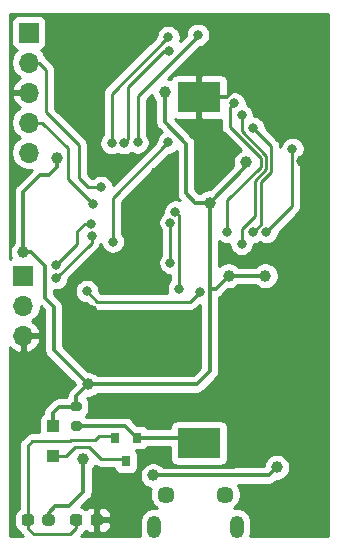
<source format=gbl>
%TF.GenerationSoftware,KiCad,Pcbnew,(5.1.10)-1*%
%TF.CreationDate,2021-07-24T18:54:27+10:00*%
%TF.ProjectId,temperature_logger,74656d70-6572-4617-9475-72655f6c6f67,rev?*%
%TF.SameCoordinates,Original*%
%TF.FileFunction,Copper,L2,Bot*%
%TF.FilePolarity,Positive*%
%FSLAX46Y46*%
G04 Gerber Fmt 4.6, Leading zero omitted, Abs format (unit mm)*
G04 Created by KiCad (PCBNEW (5.1.10)-1) date 2021-07-24 18:54:27*
%MOMM*%
%LPD*%
G01*
G04 APERTURE LIST*
%TA.AperFunction,ComponentPad*%
%ADD10O,1.700000X1.700000*%
%TD*%
%TA.AperFunction,ComponentPad*%
%ADD11R,1.700000X1.700000*%
%TD*%
%TA.AperFunction,SMDPad,CuDef*%
%ADD12R,0.800000X0.900000*%
%TD*%
%TA.AperFunction,SMDPad,CuDef*%
%ADD13R,3.600000X2.600000*%
%TD*%
%TA.AperFunction,SMDPad,CuDef*%
%ADD14R,1.000000X1.000000*%
%TD*%
%TA.AperFunction,ComponentPad*%
%ADD15O,1.200000X1.900000*%
%TD*%
%TA.AperFunction,ComponentPad*%
%ADD16C,1.450000*%
%TD*%
%TA.AperFunction,ViaPad*%
%ADD17C,1.000000*%
%TD*%
%TA.AperFunction,ViaPad*%
%ADD18C,0.800000*%
%TD*%
%TA.AperFunction,Conductor*%
%ADD19C,0.300000*%
%TD*%
%TA.AperFunction,Conductor*%
%ADD20C,0.250000*%
%TD*%
%TA.AperFunction,Conductor*%
%ADD21C,0.254000*%
%TD*%
%TA.AperFunction,Conductor*%
%ADD22C,0.100000*%
%TD*%
G04 APERTURE END LIST*
D10*
%TO.P,J4,3*%
%TO.N,GND*%
X131800000Y-92380000D03*
%TO.P,J4,2*%
%TO.N,/USART1_TX*%
X131800000Y-89840000D03*
D11*
%TO.P,J4,1*%
%TO.N,/USART1_RX*%
X131800000Y-87300000D03*
%TD*%
D10*
%TO.P,J1,5*%
%TO.N,/NRESET*%
X132300000Y-76860000D03*
%TO.P,J1,4*%
%TO.N,/SWDIO*%
X132300000Y-74320000D03*
%TO.P,J1,3*%
%TO.N,GND*%
X132300000Y-71780000D03*
%TO.P,J1,2*%
%TO.N,/SWCLK*%
X132300000Y-69240000D03*
D11*
%TO.P,J1,1*%
%TO.N,VDC*%
X132300000Y-66700000D03*
%TD*%
D12*
%TO.P,Q1,3*%
%TO.N,Net-(D4-Pad2)*%
X140500000Y-103000000D03*
%TO.P,Q1,2*%
%TO.N,+BATT*%
X141450000Y-101000000D03*
%TO.P,Q1,1*%
%TO.N,Net-(Q1-Pad1)*%
X139550000Y-101000000D03*
%TD*%
D13*
%TO.P,J2,1*%
%TO.N,+BATT*%
X146700000Y-101450000D03*
%TO.P,J2,2*%
%TO.N,GND*%
X146700000Y-72150000D03*
%TD*%
D14*
%TO.P,D4,2*%
%TO.N,Net-(D4-Pad2)*%
X134300000Y-102550000D03*
%TO.P,D4,1*%
%TO.N,VDC*%
X134300000Y-100050000D03*
%TD*%
%TO.P,R10,2*%
%TO.N,GND*%
%TA.AperFunction,SMDPad,CuDef*%
G36*
G01*
X137535000Y-108207500D02*
X137535000Y-107732500D01*
G75*
G02*
X137772500Y-107495000I237500J0D01*
G01*
X138347500Y-107495000D01*
G75*
G02*
X138585000Y-107732500I0J-237500D01*
G01*
X138585000Y-108207500D01*
G75*
G02*
X138347500Y-108445000I-237500J0D01*
G01*
X137772500Y-108445000D01*
G75*
G02*
X137535000Y-108207500I0J237500D01*
G01*
G37*
%TD.AperFunction*%
%TO.P,R10,1*%
%TO.N,Net-(Q1-Pad1)*%
%TA.AperFunction,SMDPad,CuDef*%
G36*
G01*
X135785000Y-108207500D02*
X135785000Y-107732500D01*
G75*
G02*
X136022500Y-107495000I237500J0D01*
G01*
X136597500Y-107495000D01*
G75*
G02*
X136835000Y-107732500I0J-237500D01*
G01*
X136835000Y-108207500D01*
G75*
G02*
X136597500Y-108445000I-237500J0D01*
G01*
X136022500Y-108445000D01*
G75*
G02*
X135785000Y-108207500I0J237500D01*
G01*
G37*
%TD.AperFunction*%
%TD*%
%TO.P,R9,2*%
%TO.N,Net-(Q1-Pad1)*%
%TA.AperFunction,SMDPad,CuDef*%
G36*
G01*
X132735000Y-107732500D02*
X132735000Y-108207500D01*
G75*
G02*
X132497500Y-108445000I-237500J0D01*
G01*
X131922500Y-108445000D01*
G75*
G02*
X131685000Y-108207500I0J237500D01*
G01*
X131685000Y-107732500D01*
G75*
G02*
X131922500Y-107495000I237500J0D01*
G01*
X132497500Y-107495000D01*
G75*
G02*
X132735000Y-107732500I0J-237500D01*
G01*
G37*
%TD.AperFunction*%
%TO.P,R9,1*%
%TO.N,VBUS*%
%TA.AperFunction,SMDPad,CuDef*%
G36*
G01*
X134485000Y-107732500D02*
X134485000Y-108207500D01*
G75*
G02*
X134247500Y-108445000I-237500J0D01*
G01*
X133672500Y-108445000D01*
G75*
G02*
X133435000Y-108207500I0J237500D01*
G01*
X133435000Y-107732500D01*
G75*
G02*
X133672500Y-107495000I237500J0D01*
G01*
X134247500Y-107495000D01*
G75*
G02*
X134485000Y-107732500I0J-237500D01*
G01*
G37*
%TD.AperFunction*%
%TD*%
%TO.P,JP1,2*%
%TO.N,VDC*%
%TA.AperFunction,SMDPad,CuDef*%
G36*
G01*
X136575000Y-98775000D02*
X136025000Y-98775000D01*
G75*
G02*
X135825000Y-98575000I0J200000D01*
G01*
X135825000Y-98175000D01*
G75*
G02*
X136025000Y-97975000I200000J0D01*
G01*
X136575000Y-97975000D01*
G75*
G02*
X136775000Y-98175000I0J-200000D01*
G01*
X136775000Y-98575000D01*
G75*
G02*
X136575000Y-98775000I-200000J0D01*
G01*
G37*
%TD.AperFunction*%
%TO.P,JP1,1*%
%TO.N,+BATT*%
%TA.AperFunction,SMDPad,CuDef*%
G36*
G01*
X136575000Y-100425000D02*
X136025000Y-100425000D01*
G75*
G02*
X135825000Y-100225000I0J200000D01*
G01*
X135825000Y-99825000D01*
G75*
G02*
X136025000Y-99625000I200000J0D01*
G01*
X136575000Y-99625000D01*
G75*
G02*
X136775000Y-99825000I0J-200000D01*
G01*
X136775000Y-100225000D01*
G75*
G02*
X136575000Y-100425000I-200000J0D01*
G01*
G37*
%TD.AperFunction*%
%TD*%
D15*
%TO.P,J3,6*%
%TO.N,Net-(C16-Pad1)*%
X149900000Y-108537500D03*
X142900000Y-108537500D03*
D16*
X148900000Y-105837500D03*
X143900000Y-105837500D03*
%TD*%
D17*
%TO.N,GND*%
X143500000Y-102700000D03*
X141400000Y-106800000D03*
X150100000Y-103100000D03*
X137600000Y-90300000D03*
X145300000Y-91000000D03*
X155600000Y-101200000D03*
X142800000Y-87300000D03*
X143100000Y-78600000D03*
X150200000Y-71000000D03*
X157250000Y-106250000D03*
X155400000Y-77600000D03*
D18*
X136500000Y-90300000D03*
X136500000Y-91400000D03*
X137600000Y-91400000D03*
X156400000Y-97300000D03*
D17*
X155450000Y-98150000D03*
%TO.N,VDC*%
X147600000Y-81100000D03*
X137300000Y-96500000D03*
X143800000Y-71700000D03*
X150699990Y-77700000D03*
X131800000Y-85300000D03*
X149200000Y-87300000D03*
X152299992Y-87300000D03*
X134700000Y-77300000D03*
%TO.N,VBUS*%
X136900000Y-102800000D03*
X142800000Y-104200000D03*
X153300000Y-103500000D03*
D18*
%TO.N,/USER_LED2*%
X146600000Y-66900000D03*
X141500000Y-76000000D03*
%TO.N,/USER_LED1*%
X140337347Y-76037347D03*
X144200000Y-68300000D03*
%TO.N,/SWDIO*%
X137700000Y-81200000D03*
%TO.N,/SWCLK*%
X138400000Y-79800000D03*
%TO.N,/TMP_ALERT*%
X139293702Y-76072318D03*
X144100000Y-67100000D03*
%TO.N,/FLASH_RSTN*%
X139400000Y-84400000D03*
X144100000Y-76000001D03*
%TO.N,/FLASH_SCLK*%
X150300000Y-84600000D03*
X150300000Y-73700000D03*
%TO.N,/FLASH_SI*%
X149100000Y-83600000D03*
X149700000Y-72700000D03*
%TO.N,/FLASH_WPN*%
X146800000Y-88675000D03*
X137200000Y-88600000D03*
%TO.N,/FLASH_SO*%
X151300000Y-83600000D03*
X151300000Y-74800000D03*
%TO.N,/FLASH_CSN*%
X152400000Y-83600000D03*
X154613659Y-76545152D03*
%TO.N,/USART1_RX*%
X144700000Y-81859000D03*
X134600000Y-86400000D03*
X137587340Y-82887340D03*
X145000000Y-88400000D03*
%TO.N,/USART1_TX*%
X137599994Y-83900000D03*
X144274990Y-86200000D03*
X144274990Y-82803424D03*
X134600000Y-87500000D03*
%TD*%
D19*
%TO.N,GND*%
X149700000Y-103500000D02*
X150100000Y-103100000D01*
X143700000Y-103500000D02*
X149700000Y-103500000D01*
X143700000Y-102900000D02*
X143700000Y-103500000D01*
X143500000Y-102700000D02*
X143700000Y-102900000D01*
X141400000Y-104100000D02*
X141400000Y-106800000D01*
X142800000Y-102700000D02*
X141400000Y-104100000D01*
X143500000Y-102700000D02*
X142800000Y-102700000D01*
X137600000Y-90300000D02*
X139900000Y-92600000D01*
X139900000Y-92600000D02*
X143600000Y-92600000D01*
X145200000Y-91000000D02*
X145300000Y-91000000D01*
X143600000Y-92600000D02*
X145200000Y-91000000D01*
X140230000Y-107970000D02*
X141400000Y-106800000D01*
X138060000Y-107970000D02*
X140230000Y-107970000D01*
X142800000Y-87300000D02*
X140900000Y-85400000D01*
X140900000Y-85400000D02*
X140900000Y-80800000D01*
X140900000Y-80800000D02*
X143100000Y-78600000D01*
X146700000Y-72150000D02*
X149050000Y-72150000D01*
X149050000Y-72150000D02*
X150100000Y-71100000D01*
X150100000Y-71100000D02*
X150200000Y-71000000D01*
X157250000Y-106250000D02*
X157250000Y-79450000D01*
X157250000Y-79450000D02*
X155400000Y-77600000D01*
X155600000Y-101200000D02*
X155600000Y-98300000D01*
X155600000Y-98300000D02*
X155450000Y-98150000D01*
%TO.N,VDC*%
X136300000Y-97500000D02*
X137300000Y-96500000D01*
X136300000Y-98375000D02*
X136300000Y-97500000D01*
X134300000Y-100050000D02*
X134300000Y-98900000D01*
X134825000Y-98375000D02*
X136300000Y-98375000D01*
X134300000Y-98900000D02*
X134825000Y-98375000D01*
X137300000Y-96500000D02*
X146500000Y-96500000D01*
X146500000Y-96500000D02*
X147600000Y-95400000D01*
X147600000Y-81100000D02*
X146400000Y-81100000D01*
X146400000Y-81100000D02*
X145600000Y-80300000D01*
X145600000Y-80300000D02*
X145600000Y-76100000D01*
X143800000Y-74300000D02*
X143800000Y-71700000D01*
X145600000Y-76100000D02*
X143800000Y-74300000D01*
X150699990Y-78000010D02*
X150699990Y-77700000D01*
X147600000Y-81100000D02*
X150699990Y-78000010D01*
X147600000Y-88400000D02*
X148100000Y-88400000D01*
X147600000Y-95400000D02*
X147600000Y-88400000D01*
X147600000Y-88400000D02*
X147600000Y-81100000D01*
X148100000Y-88400000D02*
X149200000Y-87300000D01*
X149200000Y-87300000D02*
X152299992Y-87300000D01*
X133650000Y-86450000D02*
X132500000Y-85300000D01*
X133650000Y-89150000D02*
X133650000Y-86450000D01*
X134400000Y-89900000D02*
X133650000Y-89150000D01*
X134400000Y-93600000D02*
X134400000Y-89900000D01*
X132500000Y-85300000D02*
X131800000Y-85300000D01*
X137300000Y-96500000D02*
X134400000Y-93600000D01*
X134700000Y-78100000D02*
X134700000Y-77300000D01*
X134000000Y-78800000D02*
X134700000Y-78100000D01*
X133200000Y-78800000D02*
X134000000Y-78800000D01*
X131800000Y-80200000D02*
X133200000Y-78800000D01*
X131800000Y-85300000D02*
X131800000Y-80200000D01*
%TO.N,VBUS*%
X133960000Y-107340000D02*
X133960000Y-107970000D01*
X134500000Y-106800000D02*
X133960000Y-107340000D01*
X135700000Y-106800000D02*
X134500000Y-106800000D01*
X136900000Y-105600000D02*
X135700000Y-106800000D01*
X136900000Y-102800000D02*
X136900000Y-105600000D01*
X142800000Y-104200000D02*
X142900000Y-104200000D01*
X142900000Y-104200000D02*
X144000000Y-104200000D01*
X144000000Y-104200000D02*
X152600000Y-104200000D01*
X152600000Y-104200000D02*
X153300000Y-103500000D01*
D20*
%TO.N,/USER_LED2*%
X146600000Y-67000000D02*
X146600000Y-66900000D01*
X141500000Y-72100000D02*
X146600000Y-67000000D01*
X141500000Y-76000000D02*
X141500000Y-72100000D01*
%TO.N,/USER_LED1*%
X143700000Y-68300000D02*
X144200000Y-68300000D01*
X140700000Y-71300000D02*
X143700000Y-68300000D01*
X140700000Y-75674694D02*
X140700000Y-71300000D01*
X140337347Y-76037347D02*
X140700000Y-75674694D01*
%TO.N,Net-(D4-Pad2)*%
X140300000Y-102800000D02*
X140500000Y-103000000D01*
X138400000Y-102800000D02*
X140300000Y-102800000D01*
X137400000Y-101800000D02*
X138400000Y-102800000D01*
X136200000Y-101800000D02*
X137400000Y-101800000D01*
X135450000Y-102550000D02*
X136200000Y-101800000D01*
X134300000Y-102550000D02*
X135450000Y-102550000D01*
%TO.N,/SWDIO*%
X135600000Y-76510000D02*
X135600000Y-79100000D01*
X135600000Y-79100000D02*
X137700000Y-81200000D01*
X132335000Y-74355000D02*
X132300000Y-74320000D01*
X133445000Y-74355000D02*
X132335000Y-74355000D01*
X133445000Y-74355000D02*
X135600000Y-76510000D01*
%TO.N,/SWCLK*%
X133140000Y-69240000D02*
X132300000Y-69240000D01*
X133750000Y-69850000D02*
X133140000Y-69240000D01*
X133750000Y-73450000D02*
X133750000Y-69850000D01*
X136500000Y-76200000D02*
X133750000Y-73450000D01*
X136500000Y-79000000D02*
X136500000Y-76200000D01*
X137300000Y-79800000D02*
X136500000Y-79000000D01*
X138400000Y-79800000D02*
X137300000Y-79800000D01*
D19*
%TO.N,+BATT*%
X140475000Y-100025000D02*
X141450000Y-101000000D01*
X136300000Y-100025000D02*
X140475000Y-100025000D01*
X146250000Y-101000000D02*
X146700000Y-101450000D01*
X141450000Y-101000000D02*
X146250000Y-101000000D01*
D20*
%TO.N,/TMP_ALERT*%
X139293702Y-76072318D02*
X139293702Y-71906298D01*
X139293702Y-71906298D02*
X144100000Y-67100000D01*
%TO.N,/FLASH_RSTN*%
X139400000Y-84400000D02*
X139400000Y-80700001D01*
X139400000Y-80700001D02*
X144100000Y-76000001D01*
%TO.N,/FLASH_SCLK*%
X151400000Y-82200000D02*
X150300000Y-83300000D01*
X150300000Y-83300000D02*
X150300000Y-84034315D01*
X152375013Y-78282402D02*
X151400000Y-79257415D01*
X152375013Y-77117598D02*
X152375013Y-78282402D01*
X150300000Y-75042585D02*
X152375013Y-77117598D01*
X150300000Y-84034315D02*
X150300000Y-84600000D01*
X150300000Y-73700000D02*
X150300000Y-75042585D01*
X151400000Y-79257415D02*
X151400000Y-82200000D01*
%TO.N,/FLASH_SI*%
X151925002Y-78096002D02*
X149100000Y-80921004D01*
X149100000Y-80921004D02*
X149100000Y-83034315D01*
X149100000Y-83034315D02*
X149100000Y-83600000D01*
X149300001Y-73099999D02*
X149300001Y-74678997D01*
X151925002Y-77303998D02*
X151925002Y-78096002D01*
X149700000Y-72700000D02*
X149300001Y-73099999D01*
X149300001Y-74678997D02*
X151925002Y-77303998D01*
%TO.N,/FLASH_WPN*%
X146800000Y-88675000D02*
X145975000Y-89500000D01*
X145975000Y-89500000D02*
X138100000Y-89500000D01*
X138100000Y-89500000D02*
X137200000Y-88600000D01*
%TO.N,/FLASH_SO*%
X152825024Y-78468802D02*
X152825024Y-76325024D01*
X151300000Y-83600000D02*
X151925024Y-82974976D01*
X151925024Y-79368802D02*
X152825024Y-78468802D01*
X151925024Y-82974976D02*
X151925024Y-79368802D01*
X152825024Y-76325024D02*
X151300000Y-74800000D01*
%TO.N,/FLASH_CSN*%
X152400000Y-83600000D02*
X154574998Y-81425002D01*
X154574998Y-81425002D02*
X154574998Y-76583813D01*
X154574998Y-76583813D02*
X154613659Y-76545152D01*
%TO.N,/USART1_RX*%
X136400000Y-84400000D02*
X136400000Y-83500000D01*
X134600000Y-86400000D02*
X136400000Y-84600000D01*
X136400000Y-84600000D02*
X136400000Y-84400000D01*
X137012660Y-82887340D02*
X137587340Y-82887340D01*
X136400000Y-83500000D02*
X137012660Y-82887340D01*
X145000000Y-82159000D02*
X145000000Y-88400000D01*
X144700000Y-81859000D02*
X145000000Y-82159000D01*
%TO.N,/USART1_TX*%
X144274990Y-82803424D02*
X144274990Y-83369109D01*
X144274990Y-83369109D02*
X144274990Y-86200000D01*
X137599994Y-84500006D02*
X137599994Y-83900000D01*
X134600000Y-87500000D02*
X137599994Y-84500006D01*
%TO.N,Net-(Q1-Pad1)*%
X136310000Y-107970000D02*
X136310000Y-108690000D01*
X136310000Y-108690000D02*
X135800000Y-109200000D01*
X135800000Y-109200000D02*
X132700000Y-109200000D01*
X132210000Y-108710000D02*
X132210000Y-107970000D01*
X132700000Y-109200000D02*
X132210000Y-108710000D01*
X137900000Y-101200000D02*
X138250000Y-100850000D01*
X135900000Y-101200000D02*
X137900000Y-101200000D01*
X135800000Y-101300000D02*
X135900000Y-101200000D01*
X132600000Y-101300000D02*
X135800000Y-101300000D01*
X132210000Y-101690000D02*
X132600000Y-101300000D01*
X132210000Y-107970000D02*
X132210000Y-101690000D01*
X139400000Y-100850000D02*
X139550000Y-101000000D01*
X138250000Y-100850000D02*
X139400000Y-100850000D01*
%TD*%
D21*
%TO.N,GND*%
X133615001Y-90225159D02*
X133615000Y-93561447D01*
X133611203Y-93600000D01*
X133615000Y-93638553D01*
X133615000Y-93638560D01*
X133626359Y-93753886D01*
X133671246Y-93901859D01*
X133744138Y-94038232D01*
X133842236Y-94157764D01*
X133872190Y-94182347D01*
X136165000Y-96475158D01*
X136165000Y-96524843D01*
X135772185Y-96917658D01*
X135742237Y-96942236D01*
X135717659Y-96972184D01*
X135717655Y-96972188D01*
X135684690Y-97012356D01*
X135644139Y-97061767D01*
X135633140Y-97082345D01*
X135571246Y-97198141D01*
X135526359Y-97346114D01*
X135522863Y-97381612D01*
X135515000Y-97461439D01*
X135515000Y-97461447D01*
X135511203Y-97500000D01*
X135512817Y-97516392D01*
X135432394Y-97582394D01*
X135426152Y-97590000D01*
X134863552Y-97590000D01*
X134824999Y-97586203D01*
X134786446Y-97590000D01*
X134786439Y-97590000D01*
X134685490Y-97599943D01*
X134671112Y-97601359D01*
X134560213Y-97635000D01*
X134523140Y-97646246D01*
X134386767Y-97719138D01*
X134267236Y-97817236D01*
X134242653Y-97847190D01*
X133772185Y-98317658D01*
X133742237Y-98342236D01*
X133717659Y-98372184D01*
X133717655Y-98372188D01*
X133684690Y-98412356D01*
X133644139Y-98461767D01*
X133608264Y-98528886D01*
X133571246Y-98598141D01*
X133526359Y-98746114D01*
X133511203Y-98900000D01*
X133515001Y-98938562D01*
X133515001Y-98982317D01*
X133445506Y-99019463D01*
X133348815Y-99098815D01*
X133269463Y-99195506D01*
X133210498Y-99305820D01*
X133174188Y-99425518D01*
X133161928Y-99550000D01*
X133161928Y-100540000D01*
X132637322Y-100540000D01*
X132599999Y-100536324D01*
X132562676Y-100540000D01*
X132562667Y-100540000D01*
X132451014Y-100550997D01*
X132307753Y-100594454D01*
X132175724Y-100665026D01*
X132059999Y-100759999D01*
X132036196Y-100789003D01*
X131698998Y-101126201D01*
X131670000Y-101149999D01*
X131646202Y-101178997D01*
X131646201Y-101178998D01*
X131575026Y-101265724D01*
X131504454Y-101397754D01*
X131488606Y-101450000D01*
X131461306Y-101540001D01*
X131460998Y-101541015D01*
X131446324Y-101690000D01*
X131450001Y-101727332D01*
X131450000Y-106997036D01*
X131436058Y-107004488D01*
X131303377Y-107113377D01*
X131194488Y-107246058D01*
X131113577Y-107397433D01*
X131063752Y-107561684D01*
X131046928Y-107732500D01*
X131046928Y-108207500D01*
X131063752Y-108378316D01*
X131113577Y-108542567D01*
X131194488Y-108693942D01*
X131303377Y-108826623D01*
X131436058Y-108935512D01*
X131493529Y-108966231D01*
X131504454Y-109002246D01*
X131575026Y-109134276D01*
X131614871Y-109182826D01*
X131669999Y-109250001D01*
X131699003Y-109273804D01*
X131765199Y-109340000D01*
X130660000Y-109340000D01*
X130660000Y-93323408D01*
X130702412Y-93380269D01*
X130918645Y-93575178D01*
X131168748Y-93724157D01*
X131443109Y-93821481D01*
X131673000Y-93700814D01*
X131673000Y-92507000D01*
X131927000Y-92507000D01*
X131927000Y-93700814D01*
X132156891Y-93821481D01*
X132431252Y-93724157D01*
X132681355Y-93575178D01*
X132897588Y-93380269D01*
X133071641Y-93146920D01*
X133196825Y-92884099D01*
X133241476Y-92736890D01*
X133120155Y-92507000D01*
X131927000Y-92507000D01*
X131673000Y-92507000D01*
X131653000Y-92507000D01*
X131653000Y-92253000D01*
X131673000Y-92253000D01*
X131673000Y-92233000D01*
X131927000Y-92233000D01*
X131927000Y-92253000D01*
X133120155Y-92253000D01*
X133241476Y-92023110D01*
X133196825Y-91875901D01*
X133071641Y-91613080D01*
X132897588Y-91379731D01*
X132681355Y-91184822D01*
X132564466Y-91115195D01*
X132746632Y-90993475D01*
X132953475Y-90786632D01*
X133115990Y-90543411D01*
X133227932Y-90273158D01*
X133285000Y-89986260D01*
X133285000Y-89895157D01*
X133615001Y-90225159D01*
%TA.AperFunction,Conductor*%
D22*
G36*
X133615001Y-90225159D02*
G01*
X133615000Y-93561447D01*
X133611203Y-93600000D01*
X133615000Y-93638553D01*
X133615000Y-93638560D01*
X133626359Y-93753886D01*
X133671246Y-93901859D01*
X133744138Y-94038232D01*
X133842236Y-94157764D01*
X133872190Y-94182347D01*
X136165000Y-96475158D01*
X136165000Y-96524843D01*
X135772185Y-96917658D01*
X135742237Y-96942236D01*
X135717659Y-96972184D01*
X135717655Y-96972188D01*
X135684690Y-97012356D01*
X135644139Y-97061767D01*
X135633140Y-97082345D01*
X135571246Y-97198141D01*
X135526359Y-97346114D01*
X135522863Y-97381612D01*
X135515000Y-97461439D01*
X135515000Y-97461447D01*
X135511203Y-97500000D01*
X135512817Y-97516392D01*
X135432394Y-97582394D01*
X135426152Y-97590000D01*
X134863552Y-97590000D01*
X134824999Y-97586203D01*
X134786446Y-97590000D01*
X134786439Y-97590000D01*
X134685490Y-97599943D01*
X134671112Y-97601359D01*
X134560213Y-97635000D01*
X134523140Y-97646246D01*
X134386767Y-97719138D01*
X134267236Y-97817236D01*
X134242653Y-97847190D01*
X133772185Y-98317658D01*
X133742237Y-98342236D01*
X133717659Y-98372184D01*
X133717655Y-98372188D01*
X133684690Y-98412356D01*
X133644139Y-98461767D01*
X133608264Y-98528886D01*
X133571246Y-98598141D01*
X133526359Y-98746114D01*
X133511203Y-98900000D01*
X133515001Y-98938562D01*
X133515001Y-98982317D01*
X133445506Y-99019463D01*
X133348815Y-99098815D01*
X133269463Y-99195506D01*
X133210498Y-99305820D01*
X133174188Y-99425518D01*
X133161928Y-99550000D01*
X133161928Y-100540000D01*
X132637322Y-100540000D01*
X132599999Y-100536324D01*
X132562676Y-100540000D01*
X132562667Y-100540000D01*
X132451014Y-100550997D01*
X132307753Y-100594454D01*
X132175724Y-100665026D01*
X132059999Y-100759999D01*
X132036196Y-100789003D01*
X131698998Y-101126201D01*
X131670000Y-101149999D01*
X131646202Y-101178997D01*
X131646201Y-101178998D01*
X131575026Y-101265724D01*
X131504454Y-101397754D01*
X131488606Y-101450000D01*
X131461306Y-101540001D01*
X131460998Y-101541015D01*
X131446324Y-101690000D01*
X131450001Y-101727332D01*
X131450000Y-106997036D01*
X131436058Y-107004488D01*
X131303377Y-107113377D01*
X131194488Y-107246058D01*
X131113577Y-107397433D01*
X131063752Y-107561684D01*
X131046928Y-107732500D01*
X131046928Y-108207500D01*
X131063752Y-108378316D01*
X131113577Y-108542567D01*
X131194488Y-108693942D01*
X131303377Y-108826623D01*
X131436058Y-108935512D01*
X131493529Y-108966231D01*
X131504454Y-109002246D01*
X131575026Y-109134276D01*
X131614871Y-109182826D01*
X131669999Y-109250001D01*
X131699003Y-109273804D01*
X131765199Y-109340000D01*
X130660000Y-109340000D01*
X130660000Y-93323408D01*
X130702412Y-93380269D01*
X130918645Y-93575178D01*
X131168748Y-93724157D01*
X131443109Y-93821481D01*
X131673000Y-93700814D01*
X131673000Y-92507000D01*
X131927000Y-92507000D01*
X131927000Y-93700814D01*
X132156891Y-93821481D01*
X132431252Y-93724157D01*
X132681355Y-93575178D01*
X132897588Y-93380269D01*
X133071641Y-93146920D01*
X133196825Y-92884099D01*
X133241476Y-92736890D01*
X133120155Y-92507000D01*
X131927000Y-92507000D01*
X131673000Y-92507000D01*
X131653000Y-92507000D01*
X131653000Y-92253000D01*
X131673000Y-92253000D01*
X131673000Y-92233000D01*
X131927000Y-92233000D01*
X131927000Y-92253000D01*
X133120155Y-92253000D01*
X133241476Y-92023110D01*
X133196825Y-91875901D01*
X133071641Y-91613080D01*
X132897588Y-91379731D01*
X132681355Y-91184822D01*
X132564466Y-91115195D01*
X132746632Y-90993475D01*
X132953475Y-90786632D01*
X133115990Y-90543411D01*
X133227932Y-90273158D01*
X133285000Y-89986260D01*
X133285000Y-89895157D01*
X133615001Y-90225159D01*
G37*
%TD.AperFunction*%
D21*
X157640001Y-65967581D02*
X157640000Y-109340000D01*
X151053306Y-109340000D01*
X151117130Y-109129601D01*
X151135000Y-108948164D01*
X151135000Y-108126835D01*
X151117130Y-107945398D01*
X151046511Y-107712599D01*
X150931833Y-107498051D01*
X150777502Y-107309998D01*
X150589448Y-107155667D01*
X150374900Y-107040989D01*
X150142101Y-106970370D01*
X149900000Y-106946525D01*
X149657898Y-106970370D01*
X149647965Y-106973383D01*
X149766949Y-106893881D01*
X149956381Y-106704449D01*
X150105216Y-106481701D01*
X150207736Y-106234197D01*
X150260000Y-105971448D01*
X150260000Y-105703552D01*
X150207736Y-105440803D01*
X150105216Y-105193299D01*
X149966035Y-104985000D01*
X152561447Y-104985000D01*
X152600000Y-104988797D01*
X152638553Y-104985000D01*
X152638561Y-104985000D01*
X152753887Y-104973641D01*
X152901860Y-104928754D01*
X153038233Y-104855862D01*
X153157764Y-104757764D01*
X153182347Y-104727811D01*
X153275157Y-104635000D01*
X153411788Y-104635000D01*
X153631067Y-104591383D01*
X153837624Y-104505824D01*
X154023520Y-104381612D01*
X154181612Y-104223520D01*
X154305824Y-104037624D01*
X154391383Y-103831067D01*
X154435000Y-103611788D01*
X154435000Y-103388212D01*
X154391383Y-103168933D01*
X154305824Y-102962376D01*
X154181612Y-102776480D01*
X154023520Y-102618388D01*
X153837624Y-102494176D01*
X153631067Y-102408617D01*
X153411788Y-102365000D01*
X153188212Y-102365000D01*
X152968933Y-102408617D01*
X152762376Y-102494176D01*
X152576480Y-102618388D01*
X152418388Y-102776480D01*
X152294176Y-102962376D01*
X152208617Y-103168933D01*
X152165000Y-103388212D01*
X152165000Y-103415000D01*
X143620132Y-103415000D01*
X143523520Y-103318388D01*
X143337624Y-103194176D01*
X143131067Y-103108617D01*
X142911788Y-103065000D01*
X142688212Y-103065000D01*
X142468933Y-103108617D01*
X142262376Y-103194176D01*
X142076480Y-103318388D01*
X141918388Y-103476480D01*
X141794176Y-103662376D01*
X141708617Y-103868933D01*
X141665000Y-104088212D01*
X141665000Y-104311788D01*
X141708617Y-104531067D01*
X141794176Y-104737624D01*
X141918388Y-104923520D01*
X142076480Y-105081612D01*
X142262376Y-105205824D01*
X142468933Y-105291383D01*
X142640057Y-105325421D01*
X142592264Y-105440803D01*
X142540000Y-105703552D01*
X142540000Y-105971448D01*
X142592264Y-106234197D01*
X142694784Y-106481701D01*
X142843619Y-106704449D01*
X143033051Y-106893881D01*
X143152035Y-106973383D01*
X143142102Y-106970370D01*
X142900000Y-106946525D01*
X142657899Y-106970370D01*
X142425100Y-107040989D01*
X142210552Y-107155667D01*
X142022499Y-107309998D01*
X141868168Y-107498051D01*
X141753489Y-107712599D01*
X141682870Y-107945398D01*
X141665000Y-108126835D01*
X141665000Y-108948164D01*
X141682870Y-109129601D01*
X141746694Y-109340000D01*
X136734801Y-109340000D01*
X136820997Y-109253804D01*
X136850001Y-109230001D01*
X136910031Y-109156854D01*
X136944974Y-109114277D01*
X137015546Y-108982247D01*
X137019230Y-108970101D01*
X137083942Y-108935512D01*
X137107839Y-108915901D01*
X137180506Y-108975537D01*
X137290820Y-109034502D01*
X137410518Y-109070812D01*
X137535000Y-109083072D01*
X137774250Y-109080000D01*
X137933000Y-108921250D01*
X137933000Y-108097000D01*
X138187000Y-108097000D01*
X138187000Y-108921250D01*
X138345750Y-109080000D01*
X138585000Y-109083072D01*
X138709482Y-109070812D01*
X138829180Y-109034502D01*
X138939494Y-108975537D01*
X139036185Y-108896185D01*
X139115537Y-108799494D01*
X139174502Y-108689180D01*
X139210812Y-108569482D01*
X139223072Y-108445000D01*
X139220000Y-108255750D01*
X139061250Y-108097000D01*
X138187000Y-108097000D01*
X137933000Y-108097000D01*
X137913000Y-108097000D01*
X137913000Y-107843000D01*
X137933000Y-107843000D01*
X137933000Y-107018750D01*
X138187000Y-107018750D01*
X138187000Y-107843000D01*
X139061250Y-107843000D01*
X139220000Y-107684250D01*
X139223072Y-107495000D01*
X139210812Y-107370518D01*
X139174502Y-107250820D01*
X139115537Y-107140506D01*
X139036185Y-107043815D01*
X138939494Y-106964463D01*
X138829180Y-106905498D01*
X138709482Y-106869188D01*
X138585000Y-106856928D01*
X138345750Y-106860000D01*
X138187000Y-107018750D01*
X137933000Y-107018750D01*
X137774250Y-106860000D01*
X137535000Y-106856928D01*
X137410518Y-106869188D01*
X137290820Y-106905498D01*
X137180506Y-106964463D01*
X137107839Y-107024099D01*
X137083942Y-107004488D01*
X136932567Y-106923577D01*
X136768316Y-106873752D01*
X136739267Y-106870891D01*
X137427815Y-106182342D01*
X137457764Y-106157764D01*
X137555862Y-106038233D01*
X137628754Y-105901860D01*
X137673641Y-105753887D01*
X137685000Y-105638561D01*
X137685000Y-105638554D01*
X137688797Y-105600001D01*
X137685000Y-105561448D01*
X137685000Y-103620132D01*
X137781612Y-103523520D01*
X137888569Y-103363448D01*
X137888997Y-103363799D01*
X137975724Y-103434974D01*
X138107753Y-103505546D01*
X138251014Y-103549003D01*
X138400000Y-103563677D01*
X138437333Y-103560000D01*
X139472762Y-103560000D01*
X139474188Y-103574482D01*
X139510498Y-103694180D01*
X139569463Y-103804494D01*
X139648815Y-103901185D01*
X139745506Y-103980537D01*
X139855820Y-104039502D01*
X139975518Y-104075812D01*
X140100000Y-104088072D01*
X140900000Y-104088072D01*
X141024482Y-104075812D01*
X141144180Y-104039502D01*
X141254494Y-103980537D01*
X141351185Y-103901185D01*
X141430537Y-103804494D01*
X141489502Y-103694180D01*
X141525812Y-103574482D01*
X141538072Y-103450000D01*
X141538072Y-102550000D01*
X141525812Y-102425518D01*
X141489502Y-102305820D01*
X141430537Y-102195506D01*
X141351185Y-102098815D01*
X141338095Y-102088072D01*
X141850000Y-102088072D01*
X141974482Y-102075812D01*
X142094180Y-102039502D01*
X142204494Y-101980537D01*
X142301185Y-101901185D01*
X142380537Y-101804494D01*
X142390957Y-101785000D01*
X144261928Y-101785000D01*
X144261928Y-102750000D01*
X144274188Y-102874482D01*
X144310498Y-102994180D01*
X144369463Y-103104494D01*
X144448815Y-103201185D01*
X144545506Y-103280537D01*
X144655820Y-103339502D01*
X144775518Y-103375812D01*
X144900000Y-103388072D01*
X148500000Y-103388072D01*
X148624482Y-103375812D01*
X148744180Y-103339502D01*
X148854494Y-103280537D01*
X148951185Y-103201185D01*
X149030537Y-103104494D01*
X149089502Y-102994180D01*
X149125812Y-102874482D01*
X149138072Y-102750000D01*
X149138072Y-100150000D01*
X149125812Y-100025518D01*
X149089502Y-99905820D01*
X149030537Y-99795506D01*
X148951185Y-99698815D01*
X148854494Y-99619463D01*
X148744180Y-99560498D01*
X148624482Y-99524188D01*
X148500000Y-99511928D01*
X144900000Y-99511928D01*
X144775518Y-99524188D01*
X144655820Y-99560498D01*
X144545506Y-99619463D01*
X144448815Y-99698815D01*
X144369463Y-99795506D01*
X144310498Y-99905820D01*
X144274188Y-100025518D01*
X144261928Y-100150000D01*
X144261928Y-100215000D01*
X142390957Y-100215000D01*
X142380537Y-100195506D01*
X142301185Y-100098815D01*
X142204494Y-100019463D01*
X142094180Y-99960498D01*
X141974482Y-99924188D01*
X141850000Y-99911928D01*
X141472085Y-99911928D01*
X141057347Y-99497190D01*
X141032764Y-99467236D01*
X140913233Y-99369138D01*
X140776860Y-99296246D01*
X140628887Y-99251359D01*
X140513561Y-99240000D01*
X140513553Y-99240000D01*
X140475000Y-99236203D01*
X140436447Y-99240000D01*
X137173848Y-99240000D01*
X137167606Y-99232394D01*
X137128134Y-99200000D01*
X137167606Y-99167606D01*
X137271831Y-99040608D01*
X137349278Y-98895716D01*
X137396969Y-98738500D01*
X137413072Y-98575000D01*
X137413072Y-98175000D01*
X137396969Y-98011500D01*
X137349278Y-97854284D01*
X137271831Y-97709392D01*
X137239798Y-97670359D01*
X137275157Y-97635000D01*
X137411788Y-97635000D01*
X137631067Y-97591383D01*
X137837624Y-97505824D01*
X138023520Y-97381612D01*
X138120132Y-97285000D01*
X146461447Y-97285000D01*
X146500000Y-97288797D01*
X146538553Y-97285000D01*
X146538561Y-97285000D01*
X146653887Y-97273641D01*
X146801860Y-97228754D01*
X146938233Y-97155862D01*
X147057764Y-97057764D01*
X147082347Y-97027810D01*
X148127817Y-95982341D01*
X148157764Y-95957764D01*
X148255862Y-95838233D01*
X148328754Y-95701860D01*
X148354075Y-95618388D01*
X148373642Y-95553887D01*
X148381020Y-95478974D01*
X148385000Y-95438561D01*
X148385000Y-95438556D01*
X148388797Y-95400000D01*
X148385000Y-95361445D01*
X148385000Y-89133868D01*
X148401860Y-89128754D01*
X148538233Y-89055862D01*
X148657764Y-88957764D01*
X148682347Y-88927810D01*
X149175157Y-88435000D01*
X149311788Y-88435000D01*
X149531067Y-88391383D01*
X149737624Y-88305824D01*
X149923520Y-88181612D01*
X150020132Y-88085000D01*
X151479860Y-88085000D01*
X151576472Y-88181612D01*
X151762368Y-88305824D01*
X151968925Y-88391383D01*
X152188204Y-88435000D01*
X152411780Y-88435000D01*
X152631059Y-88391383D01*
X152837616Y-88305824D01*
X153023512Y-88181612D01*
X153181604Y-88023520D01*
X153305816Y-87837624D01*
X153391375Y-87631067D01*
X153434992Y-87411788D01*
X153434992Y-87188212D01*
X153391375Y-86968933D01*
X153305816Y-86762376D01*
X153181604Y-86576480D01*
X153023512Y-86418388D01*
X152837616Y-86294176D01*
X152631059Y-86208617D01*
X152411780Y-86165000D01*
X152188204Y-86165000D01*
X151968925Y-86208617D01*
X151762368Y-86294176D01*
X151576472Y-86418388D01*
X151479860Y-86515000D01*
X150020132Y-86515000D01*
X149923520Y-86418388D01*
X149737624Y-86294176D01*
X149531067Y-86208617D01*
X149311788Y-86165000D01*
X149088212Y-86165000D01*
X148868933Y-86208617D01*
X148662376Y-86294176D01*
X148476480Y-86418388D01*
X148385000Y-86509868D01*
X148385000Y-84348711D01*
X148440226Y-84403937D01*
X148609744Y-84517205D01*
X148798102Y-84595226D01*
X148998061Y-84635000D01*
X149201939Y-84635000D01*
X149265000Y-84622456D01*
X149265000Y-84701939D01*
X149304774Y-84901898D01*
X149382795Y-85090256D01*
X149496063Y-85259774D01*
X149640226Y-85403937D01*
X149809744Y-85517205D01*
X149998102Y-85595226D01*
X150198061Y-85635000D01*
X150401939Y-85635000D01*
X150601898Y-85595226D01*
X150790256Y-85517205D01*
X150959774Y-85403937D01*
X151103937Y-85259774D01*
X151217205Y-85090256D01*
X151295226Y-84901898D01*
X151335000Y-84701939D01*
X151335000Y-84635000D01*
X151401939Y-84635000D01*
X151601898Y-84595226D01*
X151790256Y-84517205D01*
X151850000Y-84477285D01*
X151909744Y-84517205D01*
X152098102Y-84595226D01*
X152298061Y-84635000D01*
X152501939Y-84635000D01*
X152701898Y-84595226D01*
X152890256Y-84517205D01*
X153059774Y-84403937D01*
X153203937Y-84259774D01*
X153317205Y-84090256D01*
X153395226Y-83901898D01*
X153435000Y-83701939D01*
X153435000Y-83639801D01*
X155086002Y-81988800D01*
X155114999Y-81965003D01*
X155209972Y-81849278D01*
X155280544Y-81717249D01*
X155324001Y-81573988D01*
X155334998Y-81462335D01*
X155334998Y-81462327D01*
X155338674Y-81425002D01*
X155334998Y-81387677D01*
X155334998Y-77287524D01*
X155417596Y-77204926D01*
X155530864Y-77035408D01*
X155608885Y-76847050D01*
X155648659Y-76647091D01*
X155648659Y-76443213D01*
X155608885Y-76243254D01*
X155530864Y-76054896D01*
X155417596Y-75885378D01*
X155273433Y-75741215D01*
X155103915Y-75627947D01*
X154915557Y-75549926D01*
X154715598Y-75510152D01*
X154511720Y-75510152D01*
X154311761Y-75549926D01*
X154123403Y-75627947D01*
X153953885Y-75741215D01*
X153809722Y-75885378D01*
X153696454Y-76054896D01*
X153618433Y-76243254D01*
X153585024Y-76411214D01*
X153585024Y-76362357D01*
X153588701Y-76325024D01*
X153574027Y-76176038D01*
X153530570Y-76032777D01*
X153459998Y-75900748D01*
X153388823Y-75814021D01*
X153365025Y-75785023D01*
X153336027Y-75761225D01*
X152335000Y-74760199D01*
X152335000Y-74698061D01*
X152295226Y-74498102D01*
X152217205Y-74309744D01*
X152103937Y-74140226D01*
X151959774Y-73996063D01*
X151790256Y-73882795D01*
X151601898Y-73804774D01*
X151401939Y-73765000D01*
X151335000Y-73765000D01*
X151335000Y-73598061D01*
X151295226Y-73398102D01*
X151217205Y-73209744D01*
X151103937Y-73040226D01*
X150959774Y-72896063D01*
X150790256Y-72782795D01*
X150735000Y-72759907D01*
X150735000Y-72598061D01*
X150695226Y-72398102D01*
X150617205Y-72209744D01*
X150503937Y-72040226D01*
X150359774Y-71896063D01*
X150190256Y-71782795D01*
X150001898Y-71704774D01*
X149801939Y-71665000D01*
X149598061Y-71665000D01*
X149398102Y-71704774D01*
X149209744Y-71782795D01*
X149135096Y-71832673D01*
X149138072Y-70850000D01*
X149125812Y-70725518D01*
X149089502Y-70605820D01*
X149030537Y-70495506D01*
X148951185Y-70398815D01*
X148854494Y-70319463D01*
X148744180Y-70260498D01*
X148624482Y-70224188D01*
X148500000Y-70211928D01*
X146985750Y-70215000D01*
X146827000Y-70373750D01*
X146827000Y-72023000D01*
X146847000Y-72023000D01*
X146847000Y-72277000D01*
X146827000Y-72277000D01*
X146827000Y-73926250D01*
X146985750Y-74085000D01*
X148500000Y-74088072D01*
X148540002Y-74084132D01*
X148540002Y-74641665D01*
X148536325Y-74678997D01*
X148540002Y-74716330D01*
X148542755Y-74744276D01*
X148550999Y-74827982D01*
X148594455Y-74971243D01*
X148665027Y-75103273D01*
X148736202Y-75189999D01*
X148760001Y-75218998D01*
X148788999Y-75242796D01*
X150217529Y-76671327D01*
X150162366Y-76694176D01*
X149976470Y-76818388D01*
X149818378Y-76976480D01*
X149694166Y-77162376D01*
X149608607Y-77368933D01*
X149564990Y-77588212D01*
X149564990Y-77811788D01*
X149600339Y-77989503D01*
X147624843Y-79965000D01*
X147488212Y-79965000D01*
X147268933Y-80008617D01*
X147062376Y-80094176D01*
X146876480Y-80218388D01*
X146779868Y-80315000D01*
X146725157Y-80315000D01*
X146385000Y-79974843D01*
X146385000Y-76138552D01*
X146388797Y-76099999D01*
X146385000Y-76061446D01*
X146385000Y-76061439D01*
X146375057Y-75960490D01*
X146373641Y-75946112D01*
X146344793Y-75851015D01*
X146328754Y-75798140D01*
X146255862Y-75661767D01*
X146185491Y-75576021D01*
X146182345Y-75572187D01*
X146182342Y-75572184D01*
X146157764Y-75542236D01*
X146127816Y-75517658D01*
X144642585Y-74032427D01*
X144655820Y-74039502D01*
X144775518Y-74075812D01*
X144900000Y-74088072D01*
X146414250Y-74085000D01*
X146573000Y-73926250D01*
X146573000Y-72277000D01*
X146553000Y-72277000D01*
X146553000Y-72023000D01*
X146573000Y-72023000D01*
X146573000Y-70373750D01*
X146414250Y-70215000D01*
X144900000Y-70211928D01*
X144775518Y-70224188D01*
X144655820Y-70260498D01*
X144545506Y-70319463D01*
X144448815Y-70398815D01*
X144369463Y-70495506D01*
X144310498Y-70605820D01*
X144289715Y-70674331D01*
X144131067Y-70608617D01*
X144076949Y-70597852D01*
X146749203Y-67925599D01*
X146901898Y-67895226D01*
X147090256Y-67817205D01*
X147259774Y-67703937D01*
X147403937Y-67559774D01*
X147517205Y-67390256D01*
X147595226Y-67201898D01*
X147635000Y-67001939D01*
X147635000Y-66798061D01*
X147595226Y-66598102D01*
X147517205Y-66409744D01*
X147403937Y-66240226D01*
X147259774Y-66096063D01*
X147090256Y-65982795D01*
X146901898Y-65904774D01*
X146701939Y-65865000D01*
X146498061Y-65865000D01*
X146298102Y-65904774D01*
X146109744Y-65982795D01*
X145940226Y-66096063D01*
X145796063Y-66240226D01*
X145682795Y-66409744D01*
X145604774Y-66598102D01*
X145565000Y-66798061D01*
X145565000Y-66960198D01*
X145075374Y-67449824D01*
X145095226Y-67401898D01*
X145135000Y-67201939D01*
X145135000Y-66998061D01*
X145095226Y-66798102D01*
X145017205Y-66609744D01*
X144903937Y-66440226D01*
X144759774Y-66296063D01*
X144590256Y-66182795D01*
X144401898Y-66104774D01*
X144201939Y-66065000D01*
X143998061Y-66065000D01*
X143798102Y-66104774D01*
X143609744Y-66182795D01*
X143440226Y-66296063D01*
X143296063Y-66440226D01*
X143182795Y-66609744D01*
X143104774Y-66798102D01*
X143065000Y-66998061D01*
X143065000Y-67060198D01*
X138782700Y-71342499D01*
X138753702Y-71366297D01*
X138729904Y-71395295D01*
X138729903Y-71395296D01*
X138658728Y-71482022D01*
X138588156Y-71614052D01*
X138544700Y-71757313D01*
X138530026Y-71906298D01*
X138533703Y-71943630D01*
X138533702Y-75368607D01*
X138489765Y-75412544D01*
X138376497Y-75582062D01*
X138298476Y-75770420D01*
X138258702Y-75970379D01*
X138258702Y-76174257D01*
X138298476Y-76374216D01*
X138376497Y-76562574D01*
X138489765Y-76732092D01*
X138633928Y-76876255D01*
X138803446Y-76989523D01*
X138991804Y-77067544D01*
X139191763Y-77107318D01*
X139395641Y-77107318D01*
X139595600Y-77067544D01*
X139783958Y-76989523D01*
X139841693Y-76950945D01*
X139847091Y-76954552D01*
X140035449Y-77032573D01*
X140235408Y-77072347D01*
X140439286Y-77072347D01*
X140639245Y-77032573D01*
X140827603Y-76954552D01*
X140946620Y-76875027D01*
X141009744Y-76917205D01*
X141198102Y-76995226D01*
X141398061Y-77035000D01*
X141601939Y-77035000D01*
X141801898Y-76995226D01*
X141990256Y-76917205D01*
X142159774Y-76803937D01*
X142303937Y-76659774D01*
X142417205Y-76490256D01*
X142495226Y-76301898D01*
X142535000Y-76101939D01*
X142535000Y-75898061D01*
X142495226Y-75698102D01*
X142417205Y-75509744D01*
X142303937Y-75340226D01*
X142260000Y-75296289D01*
X142260000Y-72414801D01*
X142697852Y-71976949D01*
X142708617Y-72031067D01*
X142794176Y-72237624D01*
X142918388Y-72423520D01*
X143015001Y-72520133D01*
X143015000Y-74261447D01*
X143011203Y-74300000D01*
X143015000Y-74338553D01*
X143015000Y-74338560D01*
X143026359Y-74453886D01*
X143071246Y-74601859D01*
X143144138Y-74738232D01*
X143242236Y-74857764D01*
X143272190Y-74882347D01*
X143527555Y-75137713D01*
X143440226Y-75196064D01*
X143296063Y-75340227D01*
X143182795Y-75509745D01*
X143104774Y-75698103D01*
X143065000Y-75898062D01*
X143065000Y-75960199D01*
X139417105Y-79608095D01*
X139395226Y-79498102D01*
X139317205Y-79309744D01*
X139203937Y-79140226D01*
X139059774Y-78996063D01*
X138890256Y-78882795D01*
X138701898Y-78804774D01*
X138501939Y-78765000D01*
X138298061Y-78765000D01*
X138098102Y-78804774D01*
X137909744Y-78882795D01*
X137740226Y-78996063D01*
X137696289Y-79040000D01*
X137614802Y-79040000D01*
X137260000Y-78685199D01*
X137260000Y-76237322D01*
X137263676Y-76199999D01*
X137260000Y-76162676D01*
X137260000Y-76162667D01*
X137249003Y-76051014D01*
X137205546Y-75907753D01*
X137134974Y-75775724D01*
X137040001Y-75659999D01*
X137011003Y-75636201D01*
X134510000Y-73135199D01*
X134510000Y-69887322D01*
X134513676Y-69849999D01*
X134510000Y-69812676D01*
X134510000Y-69812667D01*
X134499003Y-69701014D01*
X134455546Y-69557753D01*
X134384974Y-69425724D01*
X134290001Y-69309999D01*
X134261002Y-69286200D01*
X133703803Y-68729002D01*
X133687422Y-68709041D01*
X133615990Y-68536589D01*
X133453475Y-68293368D01*
X133321620Y-68161513D01*
X133394180Y-68139502D01*
X133504494Y-68080537D01*
X133601185Y-68001185D01*
X133680537Y-67904494D01*
X133739502Y-67794180D01*
X133775812Y-67674482D01*
X133788072Y-67550000D01*
X133788072Y-65850000D01*
X133775812Y-65725518D01*
X133739502Y-65605820D01*
X133680537Y-65495506D01*
X133601185Y-65398815D01*
X133504494Y-65319463D01*
X133394180Y-65260498D01*
X133274482Y-65224188D01*
X133150000Y-65211928D01*
X131450000Y-65211928D01*
X131325518Y-65224188D01*
X131205820Y-65260498D01*
X131095506Y-65319463D01*
X130998815Y-65398815D01*
X130919463Y-65495506D01*
X130860498Y-65605820D01*
X130824188Y-65725518D01*
X130811928Y-65850000D01*
X130811928Y-67550000D01*
X130824188Y-67674482D01*
X130860498Y-67794180D01*
X130919463Y-67904494D01*
X130998815Y-68001185D01*
X131095506Y-68080537D01*
X131205820Y-68139502D01*
X131278380Y-68161513D01*
X131146525Y-68293368D01*
X130984010Y-68536589D01*
X130872068Y-68806842D01*
X130815000Y-69093740D01*
X130815000Y-69386260D01*
X130872068Y-69673158D01*
X130984010Y-69943411D01*
X131146525Y-70186632D01*
X131353368Y-70393475D01*
X131535534Y-70515195D01*
X131418645Y-70584822D01*
X131202412Y-70779731D01*
X131028359Y-71013080D01*
X130903175Y-71275901D01*
X130858524Y-71423110D01*
X130979845Y-71653000D01*
X132173000Y-71653000D01*
X132173000Y-71633000D01*
X132427000Y-71633000D01*
X132427000Y-71653000D01*
X132447000Y-71653000D01*
X132447000Y-71907000D01*
X132427000Y-71907000D01*
X132427000Y-71927000D01*
X132173000Y-71927000D01*
X132173000Y-71907000D01*
X130979845Y-71907000D01*
X130858524Y-72136890D01*
X130903175Y-72284099D01*
X131028359Y-72546920D01*
X131202412Y-72780269D01*
X131418645Y-72975178D01*
X131535534Y-73044805D01*
X131353368Y-73166525D01*
X131146525Y-73373368D01*
X130984010Y-73616589D01*
X130872068Y-73886842D01*
X130815000Y-74173740D01*
X130815000Y-74466260D01*
X130872068Y-74753158D01*
X130984010Y-75023411D01*
X131146525Y-75266632D01*
X131353368Y-75473475D01*
X131527760Y-75590000D01*
X131353368Y-75706525D01*
X131146525Y-75913368D01*
X130984010Y-76156589D01*
X130872068Y-76426842D01*
X130815000Y-76713740D01*
X130815000Y-77006260D01*
X130872068Y-77293158D01*
X130984010Y-77563411D01*
X131146525Y-77806632D01*
X131353368Y-78013475D01*
X131596589Y-78175990D01*
X131866842Y-78287932D01*
X132153740Y-78345000D01*
X132446260Y-78345000D01*
X132569321Y-78320522D01*
X131272185Y-79617658D01*
X131242237Y-79642236D01*
X131217659Y-79672184D01*
X131217655Y-79672188D01*
X131196422Y-79698061D01*
X131144139Y-79761767D01*
X131120739Y-79805546D01*
X131071246Y-79898141D01*
X131026359Y-80046114D01*
X131011203Y-80200000D01*
X131015001Y-80238563D01*
X131015000Y-84479868D01*
X130918388Y-84576480D01*
X130794176Y-84762376D01*
X130708617Y-84968933D01*
X130665000Y-85188212D01*
X130665000Y-85411788D01*
X130708617Y-85631067D01*
X130792730Y-85834134D01*
X130705820Y-85860498D01*
X130660000Y-85884990D01*
X130660000Y-65160000D01*
X157640000Y-65160000D01*
X157640001Y-65967581D01*
%TA.AperFunction,Conductor*%
D22*
G36*
X157640001Y-65967581D02*
G01*
X157640000Y-109340000D01*
X151053306Y-109340000D01*
X151117130Y-109129601D01*
X151135000Y-108948164D01*
X151135000Y-108126835D01*
X151117130Y-107945398D01*
X151046511Y-107712599D01*
X150931833Y-107498051D01*
X150777502Y-107309998D01*
X150589448Y-107155667D01*
X150374900Y-107040989D01*
X150142101Y-106970370D01*
X149900000Y-106946525D01*
X149657898Y-106970370D01*
X149647965Y-106973383D01*
X149766949Y-106893881D01*
X149956381Y-106704449D01*
X150105216Y-106481701D01*
X150207736Y-106234197D01*
X150260000Y-105971448D01*
X150260000Y-105703552D01*
X150207736Y-105440803D01*
X150105216Y-105193299D01*
X149966035Y-104985000D01*
X152561447Y-104985000D01*
X152600000Y-104988797D01*
X152638553Y-104985000D01*
X152638561Y-104985000D01*
X152753887Y-104973641D01*
X152901860Y-104928754D01*
X153038233Y-104855862D01*
X153157764Y-104757764D01*
X153182347Y-104727811D01*
X153275157Y-104635000D01*
X153411788Y-104635000D01*
X153631067Y-104591383D01*
X153837624Y-104505824D01*
X154023520Y-104381612D01*
X154181612Y-104223520D01*
X154305824Y-104037624D01*
X154391383Y-103831067D01*
X154435000Y-103611788D01*
X154435000Y-103388212D01*
X154391383Y-103168933D01*
X154305824Y-102962376D01*
X154181612Y-102776480D01*
X154023520Y-102618388D01*
X153837624Y-102494176D01*
X153631067Y-102408617D01*
X153411788Y-102365000D01*
X153188212Y-102365000D01*
X152968933Y-102408617D01*
X152762376Y-102494176D01*
X152576480Y-102618388D01*
X152418388Y-102776480D01*
X152294176Y-102962376D01*
X152208617Y-103168933D01*
X152165000Y-103388212D01*
X152165000Y-103415000D01*
X143620132Y-103415000D01*
X143523520Y-103318388D01*
X143337624Y-103194176D01*
X143131067Y-103108617D01*
X142911788Y-103065000D01*
X142688212Y-103065000D01*
X142468933Y-103108617D01*
X142262376Y-103194176D01*
X142076480Y-103318388D01*
X141918388Y-103476480D01*
X141794176Y-103662376D01*
X141708617Y-103868933D01*
X141665000Y-104088212D01*
X141665000Y-104311788D01*
X141708617Y-104531067D01*
X141794176Y-104737624D01*
X141918388Y-104923520D01*
X142076480Y-105081612D01*
X142262376Y-105205824D01*
X142468933Y-105291383D01*
X142640057Y-105325421D01*
X142592264Y-105440803D01*
X142540000Y-105703552D01*
X142540000Y-105971448D01*
X142592264Y-106234197D01*
X142694784Y-106481701D01*
X142843619Y-106704449D01*
X143033051Y-106893881D01*
X143152035Y-106973383D01*
X143142102Y-106970370D01*
X142900000Y-106946525D01*
X142657899Y-106970370D01*
X142425100Y-107040989D01*
X142210552Y-107155667D01*
X142022499Y-107309998D01*
X141868168Y-107498051D01*
X141753489Y-107712599D01*
X141682870Y-107945398D01*
X141665000Y-108126835D01*
X141665000Y-108948164D01*
X141682870Y-109129601D01*
X141746694Y-109340000D01*
X136734801Y-109340000D01*
X136820997Y-109253804D01*
X136850001Y-109230001D01*
X136910031Y-109156854D01*
X136944974Y-109114277D01*
X137015546Y-108982247D01*
X137019230Y-108970101D01*
X137083942Y-108935512D01*
X137107839Y-108915901D01*
X137180506Y-108975537D01*
X137290820Y-109034502D01*
X137410518Y-109070812D01*
X137535000Y-109083072D01*
X137774250Y-109080000D01*
X137933000Y-108921250D01*
X137933000Y-108097000D01*
X138187000Y-108097000D01*
X138187000Y-108921250D01*
X138345750Y-109080000D01*
X138585000Y-109083072D01*
X138709482Y-109070812D01*
X138829180Y-109034502D01*
X138939494Y-108975537D01*
X139036185Y-108896185D01*
X139115537Y-108799494D01*
X139174502Y-108689180D01*
X139210812Y-108569482D01*
X139223072Y-108445000D01*
X139220000Y-108255750D01*
X139061250Y-108097000D01*
X138187000Y-108097000D01*
X137933000Y-108097000D01*
X137913000Y-108097000D01*
X137913000Y-107843000D01*
X137933000Y-107843000D01*
X137933000Y-107018750D01*
X138187000Y-107018750D01*
X138187000Y-107843000D01*
X139061250Y-107843000D01*
X139220000Y-107684250D01*
X139223072Y-107495000D01*
X139210812Y-107370518D01*
X139174502Y-107250820D01*
X139115537Y-107140506D01*
X139036185Y-107043815D01*
X138939494Y-106964463D01*
X138829180Y-106905498D01*
X138709482Y-106869188D01*
X138585000Y-106856928D01*
X138345750Y-106860000D01*
X138187000Y-107018750D01*
X137933000Y-107018750D01*
X137774250Y-106860000D01*
X137535000Y-106856928D01*
X137410518Y-106869188D01*
X137290820Y-106905498D01*
X137180506Y-106964463D01*
X137107839Y-107024099D01*
X137083942Y-107004488D01*
X136932567Y-106923577D01*
X136768316Y-106873752D01*
X136739267Y-106870891D01*
X137427815Y-106182342D01*
X137457764Y-106157764D01*
X137555862Y-106038233D01*
X137628754Y-105901860D01*
X137673641Y-105753887D01*
X137685000Y-105638561D01*
X137685000Y-105638554D01*
X137688797Y-105600001D01*
X137685000Y-105561448D01*
X137685000Y-103620132D01*
X137781612Y-103523520D01*
X137888569Y-103363448D01*
X137888997Y-103363799D01*
X137975724Y-103434974D01*
X138107753Y-103505546D01*
X138251014Y-103549003D01*
X138400000Y-103563677D01*
X138437333Y-103560000D01*
X139472762Y-103560000D01*
X139474188Y-103574482D01*
X139510498Y-103694180D01*
X139569463Y-103804494D01*
X139648815Y-103901185D01*
X139745506Y-103980537D01*
X139855820Y-104039502D01*
X139975518Y-104075812D01*
X140100000Y-104088072D01*
X140900000Y-104088072D01*
X141024482Y-104075812D01*
X141144180Y-104039502D01*
X141254494Y-103980537D01*
X141351185Y-103901185D01*
X141430537Y-103804494D01*
X141489502Y-103694180D01*
X141525812Y-103574482D01*
X141538072Y-103450000D01*
X141538072Y-102550000D01*
X141525812Y-102425518D01*
X141489502Y-102305820D01*
X141430537Y-102195506D01*
X141351185Y-102098815D01*
X141338095Y-102088072D01*
X141850000Y-102088072D01*
X141974482Y-102075812D01*
X142094180Y-102039502D01*
X142204494Y-101980537D01*
X142301185Y-101901185D01*
X142380537Y-101804494D01*
X142390957Y-101785000D01*
X144261928Y-101785000D01*
X144261928Y-102750000D01*
X144274188Y-102874482D01*
X144310498Y-102994180D01*
X144369463Y-103104494D01*
X144448815Y-103201185D01*
X144545506Y-103280537D01*
X144655820Y-103339502D01*
X144775518Y-103375812D01*
X144900000Y-103388072D01*
X148500000Y-103388072D01*
X148624482Y-103375812D01*
X148744180Y-103339502D01*
X148854494Y-103280537D01*
X148951185Y-103201185D01*
X149030537Y-103104494D01*
X149089502Y-102994180D01*
X149125812Y-102874482D01*
X149138072Y-102750000D01*
X149138072Y-100150000D01*
X149125812Y-100025518D01*
X149089502Y-99905820D01*
X149030537Y-99795506D01*
X148951185Y-99698815D01*
X148854494Y-99619463D01*
X148744180Y-99560498D01*
X148624482Y-99524188D01*
X148500000Y-99511928D01*
X144900000Y-99511928D01*
X144775518Y-99524188D01*
X144655820Y-99560498D01*
X144545506Y-99619463D01*
X144448815Y-99698815D01*
X144369463Y-99795506D01*
X144310498Y-99905820D01*
X144274188Y-100025518D01*
X144261928Y-100150000D01*
X144261928Y-100215000D01*
X142390957Y-100215000D01*
X142380537Y-100195506D01*
X142301185Y-100098815D01*
X142204494Y-100019463D01*
X142094180Y-99960498D01*
X141974482Y-99924188D01*
X141850000Y-99911928D01*
X141472085Y-99911928D01*
X141057347Y-99497190D01*
X141032764Y-99467236D01*
X140913233Y-99369138D01*
X140776860Y-99296246D01*
X140628887Y-99251359D01*
X140513561Y-99240000D01*
X140513553Y-99240000D01*
X140475000Y-99236203D01*
X140436447Y-99240000D01*
X137173848Y-99240000D01*
X137167606Y-99232394D01*
X137128134Y-99200000D01*
X137167606Y-99167606D01*
X137271831Y-99040608D01*
X137349278Y-98895716D01*
X137396969Y-98738500D01*
X137413072Y-98575000D01*
X137413072Y-98175000D01*
X137396969Y-98011500D01*
X137349278Y-97854284D01*
X137271831Y-97709392D01*
X137239798Y-97670359D01*
X137275157Y-97635000D01*
X137411788Y-97635000D01*
X137631067Y-97591383D01*
X137837624Y-97505824D01*
X138023520Y-97381612D01*
X138120132Y-97285000D01*
X146461447Y-97285000D01*
X146500000Y-97288797D01*
X146538553Y-97285000D01*
X146538561Y-97285000D01*
X146653887Y-97273641D01*
X146801860Y-97228754D01*
X146938233Y-97155862D01*
X147057764Y-97057764D01*
X147082347Y-97027810D01*
X148127817Y-95982341D01*
X148157764Y-95957764D01*
X148255862Y-95838233D01*
X148328754Y-95701860D01*
X148354075Y-95618388D01*
X148373642Y-95553887D01*
X148381020Y-95478974D01*
X148385000Y-95438561D01*
X148385000Y-95438556D01*
X148388797Y-95400000D01*
X148385000Y-95361445D01*
X148385000Y-89133868D01*
X148401860Y-89128754D01*
X148538233Y-89055862D01*
X148657764Y-88957764D01*
X148682347Y-88927810D01*
X149175157Y-88435000D01*
X149311788Y-88435000D01*
X149531067Y-88391383D01*
X149737624Y-88305824D01*
X149923520Y-88181612D01*
X150020132Y-88085000D01*
X151479860Y-88085000D01*
X151576472Y-88181612D01*
X151762368Y-88305824D01*
X151968925Y-88391383D01*
X152188204Y-88435000D01*
X152411780Y-88435000D01*
X152631059Y-88391383D01*
X152837616Y-88305824D01*
X153023512Y-88181612D01*
X153181604Y-88023520D01*
X153305816Y-87837624D01*
X153391375Y-87631067D01*
X153434992Y-87411788D01*
X153434992Y-87188212D01*
X153391375Y-86968933D01*
X153305816Y-86762376D01*
X153181604Y-86576480D01*
X153023512Y-86418388D01*
X152837616Y-86294176D01*
X152631059Y-86208617D01*
X152411780Y-86165000D01*
X152188204Y-86165000D01*
X151968925Y-86208617D01*
X151762368Y-86294176D01*
X151576472Y-86418388D01*
X151479860Y-86515000D01*
X150020132Y-86515000D01*
X149923520Y-86418388D01*
X149737624Y-86294176D01*
X149531067Y-86208617D01*
X149311788Y-86165000D01*
X149088212Y-86165000D01*
X148868933Y-86208617D01*
X148662376Y-86294176D01*
X148476480Y-86418388D01*
X148385000Y-86509868D01*
X148385000Y-84348711D01*
X148440226Y-84403937D01*
X148609744Y-84517205D01*
X148798102Y-84595226D01*
X148998061Y-84635000D01*
X149201939Y-84635000D01*
X149265000Y-84622456D01*
X149265000Y-84701939D01*
X149304774Y-84901898D01*
X149382795Y-85090256D01*
X149496063Y-85259774D01*
X149640226Y-85403937D01*
X149809744Y-85517205D01*
X149998102Y-85595226D01*
X150198061Y-85635000D01*
X150401939Y-85635000D01*
X150601898Y-85595226D01*
X150790256Y-85517205D01*
X150959774Y-85403937D01*
X151103937Y-85259774D01*
X151217205Y-85090256D01*
X151295226Y-84901898D01*
X151335000Y-84701939D01*
X151335000Y-84635000D01*
X151401939Y-84635000D01*
X151601898Y-84595226D01*
X151790256Y-84517205D01*
X151850000Y-84477285D01*
X151909744Y-84517205D01*
X152098102Y-84595226D01*
X152298061Y-84635000D01*
X152501939Y-84635000D01*
X152701898Y-84595226D01*
X152890256Y-84517205D01*
X153059774Y-84403937D01*
X153203937Y-84259774D01*
X153317205Y-84090256D01*
X153395226Y-83901898D01*
X153435000Y-83701939D01*
X153435000Y-83639801D01*
X155086002Y-81988800D01*
X155114999Y-81965003D01*
X155209972Y-81849278D01*
X155280544Y-81717249D01*
X155324001Y-81573988D01*
X155334998Y-81462335D01*
X155334998Y-81462327D01*
X155338674Y-81425002D01*
X155334998Y-81387677D01*
X155334998Y-77287524D01*
X155417596Y-77204926D01*
X155530864Y-77035408D01*
X155608885Y-76847050D01*
X155648659Y-76647091D01*
X155648659Y-76443213D01*
X155608885Y-76243254D01*
X155530864Y-76054896D01*
X155417596Y-75885378D01*
X155273433Y-75741215D01*
X155103915Y-75627947D01*
X154915557Y-75549926D01*
X154715598Y-75510152D01*
X154511720Y-75510152D01*
X154311761Y-75549926D01*
X154123403Y-75627947D01*
X153953885Y-75741215D01*
X153809722Y-75885378D01*
X153696454Y-76054896D01*
X153618433Y-76243254D01*
X153585024Y-76411214D01*
X153585024Y-76362357D01*
X153588701Y-76325024D01*
X153574027Y-76176038D01*
X153530570Y-76032777D01*
X153459998Y-75900748D01*
X153388823Y-75814021D01*
X153365025Y-75785023D01*
X153336027Y-75761225D01*
X152335000Y-74760199D01*
X152335000Y-74698061D01*
X152295226Y-74498102D01*
X152217205Y-74309744D01*
X152103937Y-74140226D01*
X151959774Y-73996063D01*
X151790256Y-73882795D01*
X151601898Y-73804774D01*
X151401939Y-73765000D01*
X151335000Y-73765000D01*
X151335000Y-73598061D01*
X151295226Y-73398102D01*
X151217205Y-73209744D01*
X151103937Y-73040226D01*
X150959774Y-72896063D01*
X150790256Y-72782795D01*
X150735000Y-72759907D01*
X150735000Y-72598061D01*
X150695226Y-72398102D01*
X150617205Y-72209744D01*
X150503937Y-72040226D01*
X150359774Y-71896063D01*
X150190256Y-71782795D01*
X150001898Y-71704774D01*
X149801939Y-71665000D01*
X149598061Y-71665000D01*
X149398102Y-71704774D01*
X149209744Y-71782795D01*
X149135096Y-71832673D01*
X149138072Y-70850000D01*
X149125812Y-70725518D01*
X149089502Y-70605820D01*
X149030537Y-70495506D01*
X148951185Y-70398815D01*
X148854494Y-70319463D01*
X148744180Y-70260498D01*
X148624482Y-70224188D01*
X148500000Y-70211928D01*
X146985750Y-70215000D01*
X146827000Y-70373750D01*
X146827000Y-72023000D01*
X146847000Y-72023000D01*
X146847000Y-72277000D01*
X146827000Y-72277000D01*
X146827000Y-73926250D01*
X146985750Y-74085000D01*
X148500000Y-74088072D01*
X148540002Y-74084132D01*
X148540002Y-74641665D01*
X148536325Y-74678997D01*
X148540002Y-74716330D01*
X148542755Y-74744276D01*
X148550999Y-74827982D01*
X148594455Y-74971243D01*
X148665027Y-75103273D01*
X148736202Y-75189999D01*
X148760001Y-75218998D01*
X148788999Y-75242796D01*
X150217529Y-76671327D01*
X150162366Y-76694176D01*
X149976470Y-76818388D01*
X149818378Y-76976480D01*
X149694166Y-77162376D01*
X149608607Y-77368933D01*
X149564990Y-77588212D01*
X149564990Y-77811788D01*
X149600339Y-77989503D01*
X147624843Y-79965000D01*
X147488212Y-79965000D01*
X147268933Y-80008617D01*
X147062376Y-80094176D01*
X146876480Y-80218388D01*
X146779868Y-80315000D01*
X146725157Y-80315000D01*
X146385000Y-79974843D01*
X146385000Y-76138552D01*
X146388797Y-76099999D01*
X146385000Y-76061446D01*
X146385000Y-76061439D01*
X146375057Y-75960490D01*
X146373641Y-75946112D01*
X146344793Y-75851015D01*
X146328754Y-75798140D01*
X146255862Y-75661767D01*
X146185491Y-75576021D01*
X146182345Y-75572187D01*
X146182342Y-75572184D01*
X146157764Y-75542236D01*
X146127816Y-75517658D01*
X144642585Y-74032427D01*
X144655820Y-74039502D01*
X144775518Y-74075812D01*
X144900000Y-74088072D01*
X146414250Y-74085000D01*
X146573000Y-73926250D01*
X146573000Y-72277000D01*
X146553000Y-72277000D01*
X146553000Y-72023000D01*
X146573000Y-72023000D01*
X146573000Y-70373750D01*
X146414250Y-70215000D01*
X144900000Y-70211928D01*
X144775518Y-70224188D01*
X144655820Y-70260498D01*
X144545506Y-70319463D01*
X144448815Y-70398815D01*
X144369463Y-70495506D01*
X144310498Y-70605820D01*
X144289715Y-70674331D01*
X144131067Y-70608617D01*
X144076949Y-70597852D01*
X146749203Y-67925599D01*
X146901898Y-67895226D01*
X147090256Y-67817205D01*
X147259774Y-67703937D01*
X147403937Y-67559774D01*
X147517205Y-67390256D01*
X147595226Y-67201898D01*
X147635000Y-67001939D01*
X147635000Y-66798061D01*
X147595226Y-66598102D01*
X147517205Y-66409744D01*
X147403937Y-66240226D01*
X147259774Y-66096063D01*
X147090256Y-65982795D01*
X146901898Y-65904774D01*
X146701939Y-65865000D01*
X146498061Y-65865000D01*
X146298102Y-65904774D01*
X146109744Y-65982795D01*
X145940226Y-66096063D01*
X145796063Y-66240226D01*
X145682795Y-66409744D01*
X145604774Y-66598102D01*
X145565000Y-66798061D01*
X145565000Y-66960198D01*
X145075374Y-67449824D01*
X145095226Y-67401898D01*
X145135000Y-67201939D01*
X145135000Y-66998061D01*
X145095226Y-66798102D01*
X145017205Y-66609744D01*
X144903937Y-66440226D01*
X144759774Y-66296063D01*
X144590256Y-66182795D01*
X144401898Y-66104774D01*
X144201939Y-66065000D01*
X143998061Y-66065000D01*
X143798102Y-66104774D01*
X143609744Y-66182795D01*
X143440226Y-66296063D01*
X143296063Y-66440226D01*
X143182795Y-66609744D01*
X143104774Y-66798102D01*
X143065000Y-66998061D01*
X143065000Y-67060198D01*
X138782700Y-71342499D01*
X138753702Y-71366297D01*
X138729904Y-71395295D01*
X138729903Y-71395296D01*
X138658728Y-71482022D01*
X138588156Y-71614052D01*
X138544700Y-71757313D01*
X138530026Y-71906298D01*
X138533703Y-71943630D01*
X138533702Y-75368607D01*
X138489765Y-75412544D01*
X138376497Y-75582062D01*
X138298476Y-75770420D01*
X138258702Y-75970379D01*
X138258702Y-76174257D01*
X138298476Y-76374216D01*
X138376497Y-76562574D01*
X138489765Y-76732092D01*
X138633928Y-76876255D01*
X138803446Y-76989523D01*
X138991804Y-77067544D01*
X139191763Y-77107318D01*
X139395641Y-77107318D01*
X139595600Y-77067544D01*
X139783958Y-76989523D01*
X139841693Y-76950945D01*
X139847091Y-76954552D01*
X140035449Y-77032573D01*
X140235408Y-77072347D01*
X140439286Y-77072347D01*
X140639245Y-77032573D01*
X140827603Y-76954552D01*
X140946620Y-76875027D01*
X141009744Y-76917205D01*
X141198102Y-76995226D01*
X141398061Y-77035000D01*
X141601939Y-77035000D01*
X141801898Y-76995226D01*
X141990256Y-76917205D01*
X142159774Y-76803937D01*
X142303937Y-76659774D01*
X142417205Y-76490256D01*
X142495226Y-76301898D01*
X142535000Y-76101939D01*
X142535000Y-75898061D01*
X142495226Y-75698102D01*
X142417205Y-75509744D01*
X142303937Y-75340226D01*
X142260000Y-75296289D01*
X142260000Y-72414801D01*
X142697852Y-71976949D01*
X142708617Y-72031067D01*
X142794176Y-72237624D01*
X142918388Y-72423520D01*
X143015001Y-72520133D01*
X143015000Y-74261447D01*
X143011203Y-74300000D01*
X143015000Y-74338553D01*
X143015000Y-74338560D01*
X143026359Y-74453886D01*
X143071246Y-74601859D01*
X143144138Y-74738232D01*
X143242236Y-74857764D01*
X143272190Y-74882347D01*
X143527555Y-75137713D01*
X143440226Y-75196064D01*
X143296063Y-75340227D01*
X143182795Y-75509745D01*
X143104774Y-75698103D01*
X143065000Y-75898062D01*
X143065000Y-75960199D01*
X139417105Y-79608095D01*
X139395226Y-79498102D01*
X139317205Y-79309744D01*
X139203937Y-79140226D01*
X139059774Y-78996063D01*
X138890256Y-78882795D01*
X138701898Y-78804774D01*
X138501939Y-78765000D01*
X138298061Y-78765000D01*
X138098102Y-78804774D01*
X137909744Y-78882795D01*
X137740226Y-78996063D01*
X137696289Y-79040000D01*
X137614802Y-79040000D01*
X137260000Y-78685199D01*
X137260000Y-76237322D01*
X137263676Y-76199999D01*
X137260000Y-76162676D01*
X137260000Y-76162667D01*
X137249003Y-76051014D01*
X137205546Y-75907753D01*
X137134974Y-75775724D01*
X137040001Y-75659999D01*
X137011003Y-75636201D01*
X134510000Y-73135199D01*
X134510000Y-69887322D01*
X134513676Y-69849999D01*
X134510000Y-69812676D01*
X134510000Y-69812667D01*
X134499003Y-69701014D01*
X134455546Y-69557753D01*
X134384974Y-69425724D01*
X134290001Y-69309999D01*
X134261002Y-69286200D01*
X133703803Y-68729002D01*
X133687422Y-68709041D01*
X133615990Y-68536589D01*
X133453475Y-68293368D01*
X133321620Y-68161513D01*
X133394180Y-68139502D01*
X133504494Y-68080537D01*
X133601185Y-68001185D01*
X133680537Y-67904494D01*
X133739502Y-67794180D01*
X133775812Y-67674482D01*
X133788072Y-67550000D01*
X133788072Y-65850000D01*
X133775812Y-65725518D01*
X133739502Y-65605820D01*
X133680537Y-65495506D01*
X133601185Y-65398815D01*
X133504494Y-65319463D01*
X133394180Y-65260498D01*
X133274482Y-65224188D01*
X133150000Y-65211928D01*
X131450000Y-65211928D01*
X131325518Y-65224188D01*
X131205820Y-65260498D01*
X131095506Y-65319463D01*
X130998815Y-65398815D01*
X130919463Y-65495506D01*
X130860498Y-65605820D01*
X130824188Y-65725518D01*
X130811928Y-65850000D01*
X130811928Y-67550000D01*
X130824188Y-67674482D01*
X130860498Y-67794180D01*
X130919463Y-67904494D01*
X130998815Y-68001185D01*
X131095506Y-68080537D01*
X131205820Y-68139502D01*
X131278380Y-68161513D01*
X131146525Y-68293368D01*
X130984010Y-68536589D01*
X130872068Y-68806842D01*
X130815000Y-69093740D01*
X130815000Y-69386260D01*
X130872068Y-69673158D01*
X130984010Y-69943411D01*
X131146525Y-70186632D01*
X131353368Y-70393475D01*
X131535534Y-70515195D01*
X131418645Y-70584822D01*
X131202412Y-70779731D01*
X131028359Y-71013080D01*
X130903175Y-71275901D01*
X130858524Y-71423110D01*
X130979845Y-71653000D01*
X132173000Y-71653000D01*
X132173000Y-71633000D01*
X132427000Y-71633000D01*
X132427000Y-71653000D01*
X132447000Y-71653000D01*
X132447000Y-71907000D01*
X132427000Y-71907000D01*
X132427000Y-71927000D01*
X132173000Y-71927000D01*
X132173000Y-71907000D01*
X130979845Y-71907000D01*
X130858524Y-72136890D01*
X130903175Y-72284099D01*
X131028359Y-72546920D01*
X131202412Y-72780269D01*
X131418645Y-72975178D01*
X131535534Y-73044805D01*
X131353368Y-73166525D01*
X131146525Y-73373368D01*
X130984010Y-73616589D01*
X130872068Y-73886842D01*
X130815000Y-74173740D01*
X130815000Y-74466260D01*
X130872068Y-74753158D01*
X130984010Y-75023411D01*
X131146525Y-75266632D01*
X131353368Y-75473475D01*
X131527760Y-75590000D01*
X131353368Y-75706525D01*
X131146525Y-75913368D01*
X130984010Y-76156589D01*
X130872068Y-76426842D01*
X130815000Y-76713740D01*
X130815000Y-77006260D01*
X130872068Y-77293158D01*
X130984010Y-77563411D01*
X131146525Y-77806632D01*
X131353368Y-78013475D01*
X131596589Y-78175990D01*
X131866842Y-78287932D01*
X132153740Y-78345000D01*
X132446260Y-78345000D01*
X132569321Y-78320522D01*
X131272185Y-79617658D01*
X131242237Y-79642236D01*
X131217659Y-79672184D01*
X131217655Y-79672188D01*
X131196422Y-79698061D01*
X131144139Y-79761767D01*
X131120739Y-79805546D01*
X131071246Y-79898141D01*
X131026359Y-80046114D01*
X131011203Y-80200000D01*
X131015001Y-80238563D01*
X131015000Y-84479868D01*
X130918388Y-84576480D01*
X130794176Y-84762376D01*
X130708617Y-84968933D01*
X130665000Y-85188212D01*
X130665000Y-85411788D01*
X130708617Y-85631067D01*
X130792730Y-85834134D01*
X130705820Y-85860498D01*
X130660000Y-85884990D01*
X130660000Y-65160000D01*
X157640000Y-65160000D01*
X157640001Y-65967581D01*
G37*
%TD.AperFunction*%
D21*
X144815000Y-80261447D02*
X144811203Y-80300000D01*
X144815000Y-80338553D01*
X144815000Y-80338560D01*
X144826359Y-80453886D01*
X144871246Y-80601859D01*
X144944138Y-80738232D01*
X145042236Y-80857764D01*
X145072190Y-80882347D01*
X145090188Y-80900345D01*
X145001898Y-80863774D01*
X144801939Y-80824000D01*
X144598061Y-80824000D01*
X144398102Y-80863774D01*
X144209744Y-80941795D01*
X144040226Y-81055063D01*
X143896063Y-81199226D01*
X143782795Y-81368744D01*
X143704774Y-81557102D01*
X143665000Y-81757061D01*
X143665000Y-81960939D01*
X143665928Y-81965603D01*
X143615216Y-81999487D01*
X143471053Y-82143650D01*
X143357785Y-82313168D01*
X143279764Y-82501526D01*
X143239990Y-82701485D01*
X143239990Y-82905363D01*
X143279764Y-83105322D01*
X143357785Y-83293680D01*
X143471053Y-83463198D01*
X143514990Y-83507135D01*
X143514991Y-85496288D01*
X143471053Y-85540226D01*
X143357785Y-85709744D01*
X143279764Y-85898102D01*
X143239990Y-86098061D01*
X143239990Y-86301939D01*
X143279764Y-86501898D01*
X143357785Y-86690256D01*
X143471053Y-86859774D01*
X143615216Y-87003937D01*
X143784734Y-87117205D01*
X143973092Y-87195226D01*
X144173051Y-87235000D01*
X144240001Y-87235000D01*
X144240001Y-87696288D01*
X144196063Y-87740226D01*
X144082795Y-87909744D01*
X144004774Y-88098102D01*
X143965000Y-88298061D01*
X143965000Y-88501939D01*
X144004774Y-88701898D01*
X144020556Y-88740000D01*
X138414802Y-88740000D01*
X138235000Y-88560198D01*
X138235000Y-88498061D01*
X138195226Y-88298102D01*
X138117205Y-88109744D01*
X138003937Y-87940226D01*
X137859774Y-87796063D01*
X137690256Y-87682795D01*
X137501898Y-87604774D01*
X137301939Y-87565000D01*
X137098061Y-87565000D01*
X136898102Y-87604774D01*
X136709744Y-87682795D01*
X136540226Y-87796063D01*
X136396063Y-87940226D01*
X136282795Y-88109744D01*
X136204774Y-88298102D01*
X136165000Y-88498061D01*
X136165000Y-88701939D01*
X136204774Y-88901898D01*
X136282795Y-89090256D01*
X136396063Y-89259774D01*
X136540226Y-89403937D01*
X136709744Y-89517205D01*
X136898102Y-89595226D01*
X137098061Y-89635000D01*
X137160198Y-89635000D01*
X137536201Y-90011003D01*
X137559999Y-90040001D01*
X137675724Y-90134974D01*
X137807753Y-90205546D01*
X137951014Y-90249003D01*
X138062667Y-90260000D01*
X138062676Y-90260000D01*
X138099999Y-90263676D01*
X138137322Y-90260000D01*
X145937678Y-90260000D01*
X145975000Y-90263676D01*
X146012322Y-90260000D01*
X146012333Y-90260000D01*
X146123986Y-90249003D01*
X146267247Y-90205546D01*
X146399276Y-90134974D01*
X146515001Y-90040001D01*
X146538803Y-90010998D01*
X146815001Y-89734801D01*
X146815000Y-95074842D01*
X146174843Y-95715000D01*
X138120132Y-95715000D01*
X138023520Y-95618388D01*
X137837624Y-95494176D01*
X137631067Y-95408617D01*
X137411788Y-95365000D01*
X137275158Y-95365000D01*
X135185000Y-93274843D01*
X135185000Y-89938552D01*
X135188797Y-89899999D01*
X135185000Y-89861446D01*
X135185000Y-89861439D01*
X135173641Y-89746113D01*
X135128754Y-89598140D01*
X135055862Y-89461767D01*
X135006450Y-89401559D01*
X134982345Y-89372187D01*
X134982342Y-89372184D01*
X134957764Y-89342236D01*
X134927815Y-89317657D01*
X134435000Y-88824843D01*
X134435000Y-88522456D01*
X134498061Y-88535000D01*
X134701939Y-88535000D01*
X134901898Y-88495226D01*
X135090256Y-88417205D01*
X135259774Y-88303937D01*
X135403937Y-88159774D01*
X135517205Y-87990256D01*
X135595226Y-87801898D01*
X135635000Y-87601939D01*
X135635000Y-87539801D01*
X138110998Y-85063804D01*
X138139995Y-85040007D01*
X138234968Y-84924282D01*
X138305540Y-84792253D01*
X138348997Y-84648992D01*
X138352743Y-84610962D01*
X138381054Y-84582651D01*
X138404774Y-84701898D01*
X138482795Y-84890256D01*
X138596063Y-85059774D01*
X138740226Y-85203937D01*
X138909744Y-85317205D01*
X139098102Y-85395226D01*
X139298061Y-85435000D01*
X139501939Y-85435000D01*
X139701898Y-85395226D01*
X139890256Y-85317205D01*
X140059774Y-85203937D01*
X140203937Y-85059774D01*
X140317205Y-84890256D01*
X140395226Y-84701898D01*
X140435000Y-84501939D01*
X140435000Y-84298061D01*
X140395226Y-84098102D01*
X140317205Y-83909744D01*
X140203937Y-83740226D01*
X140160000Y-83696289D01*
X140160000Y-81014802D01*
X144139802Y-77035001D01*
X144201939Y-77035001D01*
X144401898Y-76995227D01*
X144590256Y-76917206D01*
X144759774Y-76803938D01*
X144815001Y-76748711D01*
X144815000Y-80261447D01*
%TA.AperFunction,Conductor*%
D22*
G36*
X144815000Y-80261447D02*
G01*
X144811203Y-80300000D01*
X144815000Y-80338553D01*
X144815000Y-80338560D01*
X144826359Y-80453886D01*
X144871246Y-80601859D01*
X144944138Y-80738232D01*
X145042236Y-80857764D01*
X145072190Y-80882347D01*
X145090188Y-80900345D01*
X145001898Y-80863774D01*
X144801939Y-80824000D01*
X144598061Y-80824000D01*
X144398102Y-80863774D01*
X144209744Y-80941795D01*
X144040226Y-81055063D01*
X143896063Y-81199226D01*
X143782795Y-81368744D01*
X143704774Y-81557102D01*
X143665000Y-81757061D01*
X143665000Y-81960939D01*
X143665928Y-81965603D01*
X143615216Y-81999487D01*
X143471053Y-82143650D01*
X143357785Y-82313168D01*
X143279764Y-82501526D01*
X143239990Y-82701485D01*
X143239990Y-82905363D01*
X143279764Y-83105322D01*
X143357785Y-83293680D01*
X143471053Y-83463198D01*
X143514990Y-83507135D01*
X143514991Y-85496288D01*
X143471053Y-85540226D01*
X143357785Y-85709744D01*
X143279764Y-85898102D01*
X143239990Y-86098061D01*
X143239990Y-86301939D01*
X143279764Y-86501898D01*
X143357785Y-86690256D01*
X143471053Y-86859774D01*
X143615216Y-87003937D01*
X143784734Y-87117205D01*
X143973092Y-87195226D01*
X144173051Y-87235000D01*
X144240001Y-87235000D01*
X144240001Y-87696288D01*
X144196063Y-87740226D01*
X144082795Y-87909744D01*
X144004774Y-88098102D01*
X143965000Y-88298061D01*
X143965000Y-88501939D01*
X144004774Y-88701898D01*
X144020556Y-88740000D01*
X138414802Y-88740000D01*
X138235000Y-88560198D01*
X138235000Y-88498061D01*
X138195226Y-88298102D01*
X138117205Y-88109744D01*
X138003937Y-87940226D01*
X137859774Y-87796063D01*
X137690256Y-87682795D01*
X137501898Y-87604774D01*
X137301939Y-87565000D01*
X137098061Y-87565000D01*
X136898102Y-87604774D01*
X136709744Y-87682795D01*
X136540226Y-87796063D01*
X136396063Y-87940226D01*
X136282795Y-88109744D01*
X136204774Y-88298102D01*
X136165000Y-88498061D01*
X136165000Y-88701939D01*
X136204774Y-88901898D01*
X136282795Y-89090256D01*
X136396063Y-89259774D01*
X136540226Y-89403937D01*
X136709744Y-89517205D01*
X136898102Y-89595226D01*
X137098061Y-89635000D01*
X137160198Y-89635000D01*
X137536201Y-90011003D01*
X137559999Y-90040001D01*
X137675724Y-90134974D01*
X137807753Y-90205546D01*
X137951014Y-90249003D01*
X138062667Y-90260000D01*
X138062676Y-90260000D01*
X138099999Y-90263676D01*
X138137322Y-90260000D01*
X145937678Y-90260000D01*
X145975000Y-90263676D01*
X146012322Y-90260000D01*
X146012333Y-90260000D01*
X146123986Y-90249003D01*
X146267247Y-90205546D01*
X146399276Y-90134974D01*
X146515001Y-90040001D01*
X146538803Y-90010998D01*
X146815001Y-89734801D01*
X146815000Y-95074842D01*
X146174843Y-95715000D01*
X138120132Y-95715000D01*
X138023520Y-95618388D01*
X137837624Y-95494176D01*
X137631067Y-95408617D01*
X137411788Y-95365000D01*
X137275158Y-95365000D01*
X135185000Y-93274843D01*
X135185000Y-89938552D01*
X135188797Y-89899999D01*
X135185000Y-89861446D01*
X135185000Y-89861439D01*
X135173641Y-89746113D01*
X135128754Y-89598140D01*
X135055862Y-89461767D01*
X135006450Y-89401559D01*
X134982345Y-89372187D01*
X134982342Y-89372184D01*
X134957764Y-89342236D01*
X134927815Y-89317657D01*
X134435000Y-88824843D01*
X134435000Y-88522456D01*
X134498061Y-88535000D01*
X134701939Y-88535000D01*
X134901898Y-88495226D01*
X135090256Y-88417205D01*
X135259774Y-88303937D01*
X135403937Y-88159774D01*
X135517205Y-87990256D01*
X135595226Y-87801898D01*
X135635000Y-87601939D01*
X135635000Y-87539801D01*
X138110998Y-85063804D01*
X138139995Y-85040007D01*
X138234968Y-84924282D01*
X138305540Y-84792253D01*
X138348997Y-84648992D01*
X138352743Y-84610962D01*
X138381054Y-84582651D01*
X138404774Y-84701898D01*
X138482795Y-84890256D01*
X138596063Y-85059774D01*
X138740226Y-85203937D01*
X138909744Y-85317205D01*
X139098102Y-85395226D01*
X139298061Y-85435000D01*
X139501939Y-85435000D01*
X139701898Y-85395226D01*
X139890256Y-85317205D01*
X140059774Y-85203937D01*
X140203937Y-85059774D01*
X140317205Y-84890256D01*
X140395226Y-84701898D01*
X140435000Y-84501939D01*
X140435000Y-84298061D01*
X140395226Y-84098102D01*
X140317205Y-83909744D01*
X140203937Y-83740226D01*
X140160000Y-83696289D01*
X140160000Y-81014802D01*
X144139802Y-77035001D01*
X144201939Y-77035001D01*
X144401898Y-76995227D01*
X144590256Y-76917206D01*
X144759774Y-76803938D01*
X144815001Y-76748711D01*
X144815000Y-80261447D01*
G37*
%TD.AperFunction*%
%TD*%
M02*

</source>
